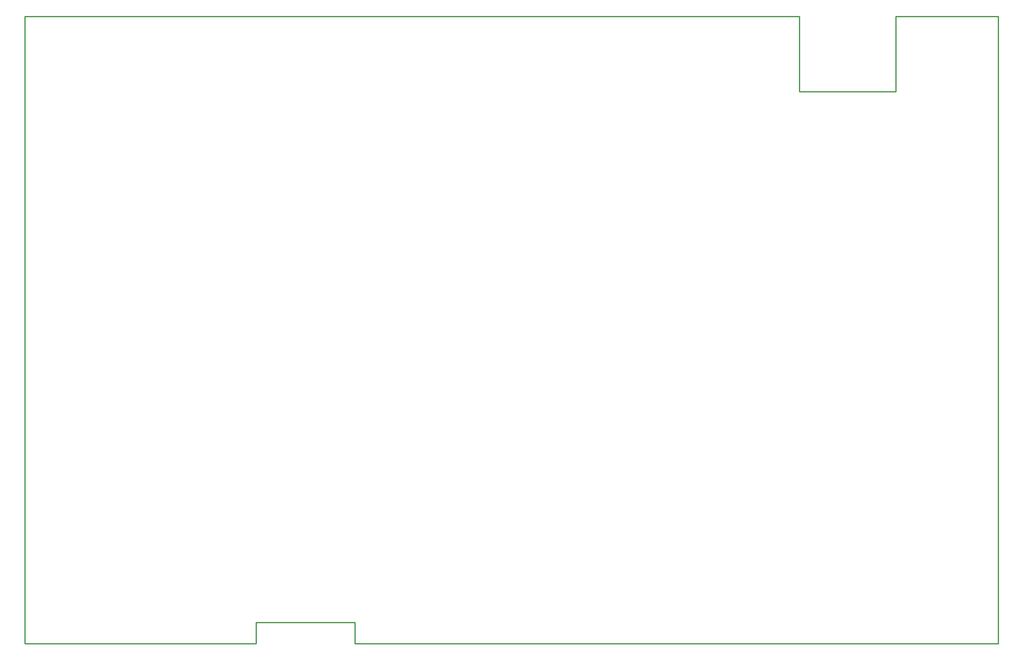
<source format=gko>
G04*
G04 #@! TF.GenerationSoftware,Altium Limited,Altium Designer,21.4.1 (30)*
G04*
G04 Layer_Color=16711935*
%FSLAX25Y25*%
%MOIN*%
G70*
G04*
G04 #@! TF.SameCoordinates,5C5CB9DB-6683-4862-BC7F-C0E48B32F829*
G04*
G04*
G04 #@! TF.FilePolarity,Positive*
G04*
G01*
G75*
%ADD17C,0.01000*%
D17*
X725800Y523013D02*
X811024D01*
X645600Y460200D02*
X725800D01*
Y523013D01*
X645600Y460200D02*
Y523013D01*
X237D02*
X645600D01*
X811024Y274D02*
Y523013D01*
X237D02*
X237Y374D01*
X275048Y274D02*
Y17913D01*
Y274D02*
X811024D01*
X192937Y17913D02*
X275048D01*
X192937Y374D02*
Y17913D01*
X237Y374D02*
X192937Y374D01*
M02*

</source>
